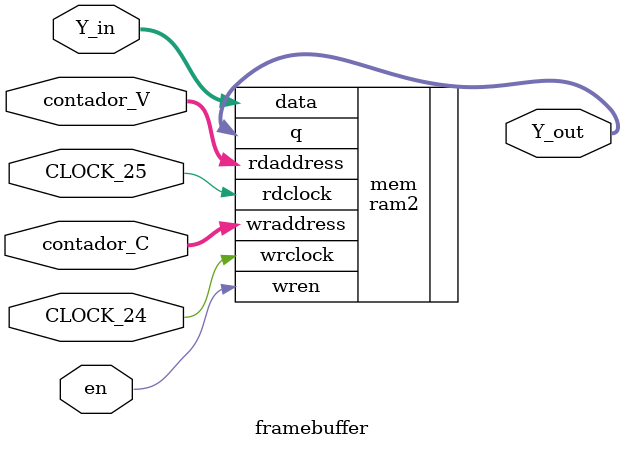
<source format=v>
module framebuffer(
    input CLOCK_25,
    input CLOCK_24, 
    input wire [7:0] Y_in,
    input wire en, 
    input wire [19:0] contador_C,
    input wire [19:0] contador_V,
    output [7:0] Y_out
);
 

    //wire [7:0] Y_out_aux;

    ram2 mem(
	.data(Y_in),
	.rdclock(CLOCK_25),//25.18Mhz
	.wrclock(CLOCK_24),
	.rdaddress(contador_V),
	.wraddress(contador_C),
	.wren(en),
	.q(Y_out)
    );
    // Definindo a memória RAM
    /* reg [0:2457592] RAM; //640*480 de 16 bits cada */
    /* reg [307199:0] RAM; //640*480 de 16 bits cada

    // Escrevendo na memória RAM
    always @(posedge contador_C) begin
        RAM[contador_C +:8] <= Y_in;
    end

    // Lendo da memória RAM 
    always @(posedge contador_V) begin
        Y_out_aux <= RAM[contador_V +: 8];
    end 

    assign Y_out = Y_out_aux;*/

endmodule
</source>
